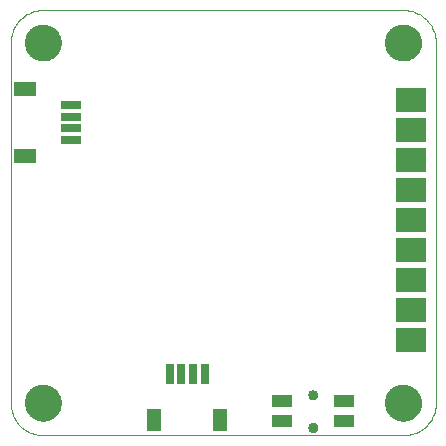
<source format=gbs>
G75*
%MOIN*%
%OFA0B0*%
%FSLAX24Y24*%
%IPPOS*%
%LPD*%
%AMOC8*
5,1,8,0,0,1.08239X$1,22.5*
%
%ADD10C,0.0000*%
%ADD11C,0.1221*%
%ADD12R,0.0276X0.0650*%
%ADD13R,0.0512X0.0749*%
%ADD14R,0.1040X0.0790*%
%ADD15R,0.0650X0.0276*%
%ADD16R,0.0749X0.0512*%
%ADD17R,0.0650X0.0434*%
%ADD18C,0.0335*%
D10*
X006957Y004150D02*
X018965Y004150D01*
X018374Y005232D02*
X018376Y005280D01*
X018382Y005328D01*
X018392Y005375D01*
X018405Y005421D01*
X018423Y005466D01*
X018443Y005510D01*
X018468Y005552D01*
X018496Y005591D01*
X018526Y005628D01*
X018560Y005662D01*
X018597Y005694D01*
X018635Y005723D01*
X018676Y005748D01*
X018719Y005770D01*
X018764Y005788D01*
X018810Y005802D01*
X018857Y005813D01*
X018905Y005820D01*
X018953Y005823D01*
X019001Y005822D01*
X019049Y005817D01*
X019097Y005808D01*
X019143Y005796D01*
X019188Y005779D01*
X019232Y005759D01*
X019274Y005736D01*
X019314Y005709D01*
X019352Y005679D01*
X019387Y005646D01*
X019419Y005610D01*
X019449Y005572D01*
X019475Y005531D01*
X019497Y005488D01*
X019517Y005444D01*
X019532Y005399D01*
X019544Y005352D01*
X019552Y005304D01*
X019556Y005256D01*
X019556Y005208D01*
X019552Y005160D01*
X019544Y005112D01*
X019532Y005065D01*
X019517Y005020D01*
X019497Y004976D01*
X019475Y004933D01*
X019449Y004892D01*
X019419Y004854D01*
X019387Y004818D01*
X019352Y004785D01*
X019314Y004755D01*
X019274Y004728D01*
X019232Y004705D01*
X019188Y004685D01*
X019143Y004668D01*
X019097Y004656D01*
X019049Y004647D01*
X019001Y004642D01*
X018953Y004641D01*
X018905Y004644D01*
X018857Y004651D01*
X018810Y004662D01*
X018764Y004676D01*
X018719Y004694D01*
X018676Y004716D01*
X018635Y004741D01*
X018597Y004770D01*
X018560Y004802D01*
X018526Y004836D01*
X018496Y004873D01*
X018468Y004912D01*
X018443Y004954D01*
X018423Y004998D01*
X018405Y005043D01*
X018392Y005089D01*
X018382Y005136D01*
X018376Y005184D01*
X018374Y005232D01*
X018965Y004149D02*
X019028Y004151D01*
X019091Y004156D01*
X019153Y004165D01*
X019215Y004178D01*
X019276Y004194D01*
X019335Y004214D01*
X019394Y004238D01*
X019451Y004264D01*
X019507Y004294D01*
X019560Y004327D01*
X019612Y004363D01*
X019661Y004402D01*
X019708Y004444D01*
X019753Y004489D01*
X019795Y004536D01*
X019834Y004585D01*
X019870Y004637D01*
X019903Y004691D01*
X019933Y004746D01*
X019959Y004803D01*
X019983Y004862D01*
X020003Y004921D01*
X020019Y004982D01*
X020032Y005044D01*
X020041Y005106D01*
X020046Y005169D01*
X020048Y005232D01*
X020047Y005232D02*
X020047Y017240D01*
X018374Y017240D02*
X018376Y017288D01*
X018382Y017336D01*
X018392Y017383D01*
X018405Y017429D01*
X018423Y017474D01*
X018443Y017518D01*
X018468Y017560D01*
X018496Y017599D01*
X018526Y017636D01*
X018560Y017670D01*
X018597Y017702D01*
X018635Y017731D01*
X018676Y017756D01*
X018719Y017778D01*
X018764Y017796D01*
X018810Y017810D01*
X018857Y017821D01*
X018905Y017828D01*
X018953Y017831D01*
X019001Y017830D01*
X019049Y017825D01*
X019097Y017816D01*
X019143Y017804D01*
X019188Y017787D01*
X019232Y017767D01*
X019274Y017744D01*
X019314Y017717D01*
X019352Y017687D01*
X019387Y017654D01*
X019419Y017618D01*
X019449Y017580D01*
X019475Y017539D01*
X019497Y017496D01*
X019517Y017452D01*
X019532Y017407D01*
X019544Y017360D01*
X019552Y017312D01*
X019556Y017264D01*
X019556Y017216D01*
X019552Y017168D01*
X019544Y017120D01*
X019532Y017073D01*
X019517Y017028D01*
X019497Y016984D01*
X019475Y016941D01*
X019449Y016900D01*
X019419Y016862D01*
X019387Y016826D01*
X019352Y016793D01*
X019314Y016763D01*
X019274Y016736D01*
X019232Y016713D01*
X019188Y016693D01*
X019143Y016676D01*
X019097Y016664D01*
X019049Y016655D01*
X019001Y016650D01*
X018953Y016649D01*
X018905Y016652D01*
X018857Y016659D01*
X018810Y016670D01*
X018764Y016684D01*
X018719Y016702D01*
X018676Y016724D01*
X018635Y016749D01*
X018597Y016778D01*
X018560Y016810D01*
X018526Y016844D01*
X018496Y016881D01*
X018468Y016920D01*
X018443Y016962D01*
X018423Y017006D01*
X018405Y017051D01*
X018392Y017097D01*
X018382Y017144D01*
X018376Y017192D01*
X018374Y017240D01*
X018965Y018323D02*
X019028Y018321D01*
X019091Y018316D01*
X019153Y018307D01*
X019215Y018294D01*
X019276Y018278D01*
X019335Y018258D01*
X019394Y018234D01*
X019451Y018208D01*
X019507Y018178D01*
X019560Y018145D01*
X019612Y018109D01*
X019661Y018070D01*
X019708Y018028D01*
X019753Y017983D01*
X019795Y017936D01*
X019834Y017887D01*
X019870Y017835D01*
X019903Y017782D01*
X019933Y017726D01*
X019959Y017669D01*
X019983Y017610D01*
X020003Y017551D01*
X020019Y017490D01*
X020032Y017428D01*
X020041Y017366D01*
X020046Y017303D01*
X020048Y017240D01*
X018965Y018323D02*
X006957Y018323D01*
X006366Y017240D02*
X006368Y017288D01*
X006374Y017336D01*
X006384Y017383D01*
X006397Y017429D01*
X006415Y017474D01*
X006435Y017518D01*
X006460Y017560D01*
X006488Y017599D01*
X006518Y017636D01*
X006552Y017670D01*
X006589Y017702D01*
X006627Y017731D01*
X006668Y017756D01*
X006711Y017778D01*
X006756Y017796D01*
X006802Y017810D01*
X006849Y017821D01*
X006897Y017828D01*
X006945Y017831D01*
X006993Y017830D01*
X007041Y017825D01*
X007089Y017816D01*
X007135Y017804D01*
X007180Y017787D01*
X007224Y017767D01*
X007266Y017744D01*
X007306Y017717D01*
X007344Y017687D01*
X007379Y017654D01*
X007411Y017618D01*
X007441Y017580D01*
X007467Y017539D01*
X007489Y017496D01*
X007509Y017452D01*
X007524Y017407D01*
X007536Y017360D01*
X007544Y017312D01*
X007548Y017264D01*
X007548Y017216D01*
X007544Y017168D01*
X007536Y017120D01*
X007524Y017073D01*
X007509Y017028D01*
X007489Y016984D01*
X007467Y016941D01*
X007441Y016900D01*
X007411Y016862D01*
X007379Y016826D01*
X007344Y016793D01*
X007306Y016763D01*
X007266Y016736D01*
X007224Y016713D01*
X007180Y016693D01*
X007135Y016676D01*
X007089Y016664D01*
X007041Y016655D01*
X006993Y016650D01*
X006945Y016649D01*
X006897Y016652D01*
X006849Y016659D01*
X006802Y016670D01*
X006756Y016684D01*
X006711Y016702D01*
X006668Y016724D01*
X006627Y016749D01*
X006589Y016778D01*
X006552Y016810D01*
X006518Y016844D01*
X006488Y016881D01*
X006460Y016920D01*
X006435Y016962D01*
X006415Y017006D01*
X006397Y017051D01*
X006384Y017097D01*
X006374Y017144D01*
X006368Y017192D01*
X006366Y017240D01*
X005874Y017240D02*
X005874Y005232D01*
X006366Y005232D02*
X006368Y005280D01*
X006374Y005328D01*
X006384Y005375D01*
X006397Y005421D01*
X006415Y005466D01*
X006435Y005510D01*
X006460Y005552D01*
X006488Y005591D01*
X006518Y005628D01*
X006552Y005662D01*
X006589Y005694D01*
X006627Y005723D01*
X006668Y005748D01*
X006711Y005770D01*
X006756Y005788D01*
X006802Y005802D01*
X006849Y005813D01*
X006897Y005820D01*
X006945Y005823D01*
X006993Y005822D01*
X007041Y005817D01*
X007089Y005808D01*
X007135Y005796D01*
X007180Y005779D01*
X007224Y005759D01*
X007266Y005736D01*
X007306Y005709D01*
X007344Y005679D01*
X007379Y005646D01*
X007411Y005610D01*
X007441Y005572D01*
X007467Y005531D01*
X007489Y005488D01*
X007509Y005444D01*
X007524Y005399D01*
X007536Y005352D01*
X007544Y005304D01*
X007548Y005256D01*
X007548Y005208D01*
X007544Y005160D01*
X007536Y005112D01*
X007524Y005065D01*
X007509Y005020D01*
X007489Y004976D01*
X007467Y004933D01*
X007441Y004892D01*
X007411Y004854D01*
X007379Y004818D01*
X007344Y004785D01*
X007306Y004755D01*
X007266Y004728D01*
X007224Y004705D01*
X007180Y004685D01*
X007135Y004668D01*
X007089Y004656D01*
X007041Y004647D01*
X006993Y004642D01*
X006945Y004641D01*
X006897Y004644D01*
X006849Y004651D01*
X006802Y004662D01*
X006756Y004676D01*
X006711Y004694D01*
X006668Y004716D01*
X006627Y004741D01*
X006589Y004770D01*
X006552Y004802D01*
X006518Y004836D01*
X006488Y004873D01*
X006460Y004912D01*
X006435Y004954D01*
X006415Y004998D01*
X006397Y005043D01*
X006384Y005089D01*
X006374Y005136D01*
X006368Y005184D01*
X006366Y005232D01*
X005874Y005232D02*
X005876Y005169D01*
X005881Y005106D01*
X005890Y005044D01*
X005903Y004982D01*
X005919Y004921D01*
X005939Y004862D01*
X005963Y004803D01*
X005989Y004746D01*
X006019Y004691D01*
X006052Y004637D01*
X006088Y004585D01*
X006127Y004536D01*
X006169Y004489D01*
X006214Y004444D01*
X006261Y004402D01*
X006310Y004363D01*
X006362Y004327D01*
X006415Y004294D01*
X006471Y004264D01*
X006528Y004238D01*
X006587Y004214D01*
X006646Y004194D01*
X006707Y004178D01*
X006769Y004165D01*
X006831Y004156D01*
X006894Y004151D01*
X006957Y004149D01*
X015804Y004411D02*
X015806Y004435D01*
X015812Y004458D01*
X015821Y004480D01*
X015834Y004500D01*
X015849Y004518D01*
X015868Y004533D01*
X015889Y004545D01*
X015911Y004553D01*
X015934Y004558D01*
X015958Y004559D01*
X015982Y004556D01*
X016004Y004549D01*
X016026Y004539D01*
X016046Y004526D01*
X016063Y004509D01*
X016077Y004490D01*
X016088Y004469D01*
X016096Y004446D01*
X016100Y004423D01*
X016100Y004399D01*
X016096Y004376D01*
X016088Y004353D01*
X016077Y004332D01*
X016063Y004313D01*
X016046Y004296D01*
X016026Y004283D01*
X016004Y004273D01*
X015982Y004266D01*
X015958Y004263D01*
X015934Y004264D01*
X015911Y004269D01*
X015889Y004277D01*
X015868Y004289D01*
X015849Y004304D01*
X015834Y004322D01*
X015821Y004342D01*
X015812Y004364D01*
X015806Y004387D01*
X015804Y004411D01*
X015804Y005493D02*
X015806Y005517D01*
X015812Y005540D01*
X015821Y005562D01*
X015834Y005582D01*
X015849Y005600D01*
X015868Y005615D01*
X015889Y005627D01*
X015911Y005635D01*
X015934Y005640D01*
X015958Y005641D01*
X015982Y005638D01*
X016004Y005631D01*
X016026Y005621D01*
X016046Y005608D01*
X016063Y005591D01*
X016077Y005572D01*
X016088Y005551D01*
X016096Y005528D01*
X016100Y005505D01*
X016100Y005481D01*
X016096Y005458D01*
X016088Y005435D01*
X016077Y005414D01*
X016063Y005395D01*
X016046Y005378D01*
X016026Y005365D01*
X016004Y005355D01*
X015982Y005348D01*
X015958Y005345D01*
X015934Y005346D01*
X015911Y005351D01*
X015889Y005359D01*
X015868Y005371D01*
X015849Y005386D01*
X015834Y005404D01*
X015821Y005424D01*
X015812Y005446D01*
X015806Y005469D01*
X015804Y005493D01*
X005874Y017240D02*
X005876Y017303D01*
X005881Y017366D01*
X005890Y017428D01*
X005903Y017490D01*
X005919Y017551D01*
X005939Y017610D01*
X005963Y017669D01*
X005989Y017726D01*
X006019Y017782D01*
X006052Y017835D01*
X006088Y017887D01*
X006127Y017936D01*
X006169Y017983D01*
X006214Y018028D01*
X006261Y018070D01*
X006310Y018109D01*
X006362Y018145D01*
X006416Y018178D01*
X006471Y018208D01*
X006528Y018234D01*
X006587Y018258D01*
X006646Y018278D01*
X006707Y018294D01*
X006769Y018307D01*
X006831Y018316D01*
X006894Y018321D01*
X006957Y018323D01*
D11*
X006957Y017240D03*
X018965Y017240D03*
X018965Y005232D03*
X006957Y005232D03*
D12*
X011174Y006186D03*
X011568Y006186D03*
X011961Y006186D03*
X012355Y006186D03*
D13*
X012867Y004660D03*
X010662Y004660D03*
D14*
X019227Y007327D03*
X019227Y008327D03*
X019227Y009327D03*
X019227Y010327D03*
X019227Y011327D03*
X019227Y012327D03*
X019227Y013327D03*
X019227Y014327D03*
X019227Y015327D03*
D15*
X007873Y015167D03*
X007873Y014774D03*
X007873Y014380D03*
X007873Y013986D03*
D16*
X006348Y013475D03*
X006348Y015679D03*
D17*
X014918Y005287D03*
X014918Y004617D03*
X016985Y004617D03*
X016985Y005287D03*
D18*
X015952Y005493D03*
X015952Y004411D03*
M02*

</source>
